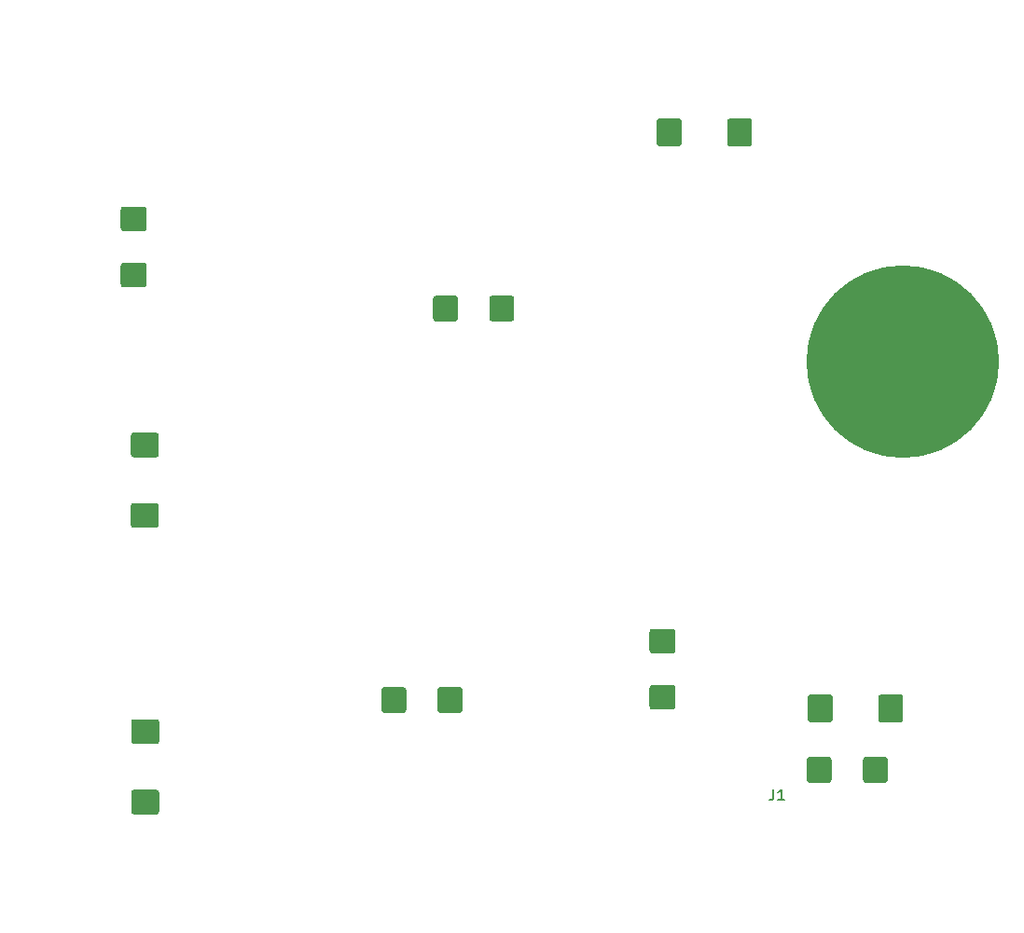
<source format=gbr>
%TF.GenerationSoftware,KiCad,Pcbnew,(5.1.9)-1*%
%TF.CreationDate,2021-11-26T10:54:51-05:00*%
%TF.ProjectId,REVERB Interface,52455645-5242-4204-996e-746572666163,rev?*%
%TF.SameCoordinates,Original*%
%TF.FileFunction,Paste,Bot*%
%TF.FilePolarity,Positive*%
%FSLAX46Y46*%
G04 Gerber Fmt 4.6, Leading zero omitted, Abs format (unit mm)*
G04 Created by KiCad (PCBNEW (5.1.9)-1) date 2021-11-26 10:54:51*
%MOMM*%
%LPD*%
G01*
G04 APERTURE LIST*
%ADD10C,0.150000*%
%ADD11C,17.500000*%
G04 APERTURE END LIST*
%TO.C,J1*%
D10*
X170100666Y-131532380D02*
X170100666Y-132246666D01*
X170053047Y-132389523D01*
X169957809Y-132484761D01*
X169814952Y-132532380D01*
X169719714Y-132532380D01*
X171100666Y-132532380D02*
X170529238Y-132532380D01*
X170814952Y-132532380D02*
X170814952Y-131532380D01*
X170719714Y-131675238D01*
X170624476Y-131770476D01*
X170529238Y-131818095D01*
%TD*%
D11*
%TO.C,BT1*%
X181864000Y-92710000D03*
%TD*%
%TO.C,C19*%
G36*
G01*
X159094999Y-122075000D02*
X160945001Y-122075000D01*
G75*
G02*
X161195000Y-122324999I0J-249999D01*
G01*
X161195000Y-124075001D01*
G75*
G02*
X160945001Y-124325000I-249999J0D01*
G01*
X159094999Y-124325000D01*
G75*
G02*
X158845000Y-124075001I0J249999D01*
G01*
X158845000Y-122324999D01*
G75*
G02*
X159094999Y-122075000I249999J0D01*
G01*
G37*
G36*
G01*
X159094999Y-116975000D02*
X160945001Y-116975000D01*
G75*
G02*
X161195000Y-117224999I0J-249999D01*
G01*
X161195000Y-118975001D01*
G75*
G02*
X160945001Y-119225000I-249999J0D01*
G01*
X159094999Y-119225000D01*
G75*
G02*
X158845000Y-118975001I0J249999D01*
G01*
X158845000Y-117224999D01*
G75*
G02*
X159094999Y-116975000I249999J0D01*
G01*
G37*
%TD*%
%TO.C,C17*%
G36*
G01*
X136751000Y-122518999D02*
X136751000Y-124369001D01*
G75*
G02*
X136501001Y-124619000I-249999J0D01*
G01*
X134750999Y-124619000D01*
G75*
G02*
X134501000Y-124369001I0J249999D01*
G01*
X134501000Y-122518999D01*
G75*
G02*
X134750999Y-122269000I249999J0D01*
G01*
X136501001Y-122269000D01*
G75*
G02*
X136751000Y-122518999I0J-249999D01*
G01*
G37*
G36*
G01*
X141851000Y-122518999D02*
X141851000Y-124369001D01*
G75*
G02*
X141601001Y-124619000I-249999J0D01*
G01*
X139850999Y-124619000D01*
G75*
G02*
X139601000Y-124369001I0J249999D01*
G01*
X139601000Y-122518999D01*
G75*
G02*
X139850999Y-122269000I249999J0D01*
G01*
X141601001Y-122269000D01*
G75*
G02*
X141851000Y-122518999I0J-249999D01*
G01*
G37*
%TD*%
%TO.C,C15*%
G36*
G01*
X114055001Y-101405000D02*
X112004999Y-101405000D01*
G75*
G02*
X111755000Y-101155001I0J249999D01*
G01*
X111755000Y-99404999D01*
G75*
G02*
X112004999Y-99155000I249999J0D01*
G01*
X114055001Y-99155000D01*
G75*
G02*
X114305000Y-99404999I0J-249999D01*
G01*
X114305000Y-101155001D01*
G75*
G02*
X114055001Y-101405000I-249999J0D01*
G01*
G37*
G36*
G01*
X114055001Y-107805000D02*
X112004999Y-107805000D01*
G75*
G02*
X111755000Y-107555001I0J249999D01*
G01*
X111755000Y-105804999D01*
G75*
G02*
X112004999Y-105555000I249999J0D01*
G01*
X114055001Y-105555000D01*
G75*
G02*
X114305000Y-105804999I0J-249999D01*
G01*
X114305000Y-107555001D01*
G75*
G02*
X114055001Y-107805000I-249999J0D01*
G01*
G37*
%TD*%
%TO.C,C12*%
G36*
G01*
X165905000Y-72907001D02*
X165905000Y-70856999D01*
G75*
G02*
X166154999Y-70607000I249999J0D01*
G01*
X167905001Y-70607000D01*
G75*
G02*
X168155000Y-70856999I0J-249999D01*
G01*
X168155000Y-72907001D01*
G75*
G02*
X167905001Y-73157000I-249999J0D01*
G01*
X166154999Y-73157000D01*
G75*
G02*
X165905000Y-72907001I0J249999D01*
G01*
G37*
G36*
G01*
X159505000Y-72907001D02*
X159505000Y-70856999D01*
G75*
G02*
X159754999Y-70607000I249999J0D01*
G01*
X161505001Y-70607000D01*
G75*
G02*
X161755000Y-70856999I0J-249999D01*
G01*
X161755000Y-72907001D01*
G75*
G02*
X161505001Y-73157000I-249999J0D01*
G01*
X159754999Y-73157000D01*
G75*
G02*
X159505000Y-72907001I0J249999D01*
G01*
G37*
%TD*%
%TO.C,C18*%
G36*
G01*
X144300000Y-88809001D02*
X144300000Y-86958999D01*
G75*
G02*
X144549999Y-86709000I249999J0D01*
G01*
X146300001Y-86709000D01*
G75*
G02*
X146550000Y-86958999I0J-249999D01*
G01*
X146550000Y-88809001D01*
G75*
G02*
X146300001Y-89059000I-249999J0D01*
G01*
X144549999Y-89059000D01*
G75*
G02*
X144300000Y-88809001I0J249999D01*
G01*
G37*
G36*
G01*
X139200000Y-88809001D02*
X139200000Y-86958999D01*
G75*
G02*
X139449999Y-86709000I249999J0D01*
G01*
X141200001Y-86709000D01*
G75*
G02*
X141450000Y-86958999I0J-249999D01*
G01*
X141450000Y-88809001D01*
G75*
G02*
X141200001Y-89059000I-249999J0D01*
G01*
X139449999Y-89059000D01*
G75*
G02*
X139200000Y-88809001I0J249999D01*
G01*
G37*
%TD*%
%TO.C,C16*%
G36*
G01*
X111088999Y-83721000D02*
X112939001Y-83721000D01*
G75*
G02*
X113189000Y-83970999I0J-249999D01*
G01*
X113189000Y-85721001D01*
G75*
G02*
X112939001Y-85971000I-249999J0D01*
G01*
X111088999Y-85971000D01*
G75*
G02*
X110839000Y-85721001I0J249999D01*
G01*
X110839000Y-83970999D01*
G75*
G02*
X111088999Y-83721000I249999J0D01*
G01*
G37*
G36*
G01*
X111088999Y-78621000D02*
X112939001Y-78621000D01*
G75*
G02*
X113189000Y-78870999I0J-249999D01*
G01*
X113189000Y-80621001D01*
G75*
G02*
X112939001Y-80871000I-249999J0D01*
G01*
X111088999Y-80871000D01*
G75*
G02*
X110839000Y-80621001I0J249999D01*
G01*
X110839000Y-78870999D01*
G75*
G02*
X111088999Y-78621000I249999J0D01*
G01*
G37*
%TD*%
%TO.C,C14*%
G36*
G01*
X114080001Y-127440000D02*
X112029999Y-127440000D01*
G75*
G02*
X111780000Y-127190001I0J249999D01*
G01*
X111780000Y-125439999D01*
G75*
G02*
X112029999Y-125190000I249999J0D01*
G01*
X114080001Y-125190000D01*
G75*
G02*
X114330000Y-125439999I0J-249999D01*
G01*
X114330000Y-127190001D01*
G75*
G02*
X114080001Y-127440000I-249999J0D01*
G01*
G37*
G36*
G01*
X114080001Y-133840000D02*
X112029999Y-133840000D01*
G75*
G02*
X111780000Y-133590001I0J249999D01*
G01*
X111780000Y-131839999D01*
G75*
G02*
X112029999Y-131590000I249999J0D01*
G01*
X114080001Y-131590000D01*
G75*
G02*
X114330000Y-131839999I0J-249999D01*
G01*
X114330000Y-133590001D01*
G75*
G02*
X114080001Y-133840000I-249999J0D01*
G01*
G37*
%TD*%
%TO.C,C13*%
G36*
G01*
X178219000Y-130719001D02*
X178219000Y-128868999D01*
G75*
G02*
X178468999Y-128619000I249999J0D01*
G01*
X180219001Y-128619000D01*
G75*
G02*
X180469000Y-128868999I0J-249999D01*
G01*
X180469000Y-130719001D01*
G75*
G02*
X180219001Y-130969000I-249999J0D01*
G01*
X178468999Y-130969000D01*
G75*
G02*
X178219000Y-130719001I0J249999D01*
G01*
G37*
G36*
G01*
X173119000Y-130719001D02*
X173119000Y-128868999D01*
G75*
G02*
X173368999Y-128619000I249999J0D01*
G01*
X175119001Y-128619000D01*
G75*
G02*
X175369000Y-128868999I0J-249999D01*
G01*
X175369000Y-130719001D01*
G75*
G02*
X175119001Y-130969000I-249999J0D01*
G01*
X173368999Y-130969000D01*
G75*
G02*
X173119000Y-130719001I0J249999D01*
G01*
G37*
%TD*%
%TO.C,C11*%
G36*
G01*
X179621000Y-125231001D02*
X179621000Y-123180999D01*
G75*
G02*
X179870999Y-122931000I249999J0D01*
G01*
X181621001Y-122931000D01*
G75*
G02*
X181871000Y-123180999I0J-249999D01*
G01*
X181871000Y-125231001D01*
G75*
G02*
X181621001Y-125481000I-249999J0D01*
G01*
X179870999Y-125481000D01*
G75*
G02*
X179621000Y-125231001I0J249999D01*
G01*
G37*
G36*
G01*
X173221000Y-125231001D02*
X173221000Y-123180999D01*
G75*
G02*
X173470999Y-122931000I249999J0D01*
G01*
X175221001Y-122931000D01*
G75*
G02*
X175471000Y-123180999I0J-249999D01*
G01*
X175471000Y-125231001D01*
G75*
G02*
X175221001Y-125481000I-249999J0D01*
G01*
X173470999Y-125481000D01*
G75*
G02*
X173221000Y-125231001I0J249999D01*
G01*
G37*
%TD*%
M02*

</source>
